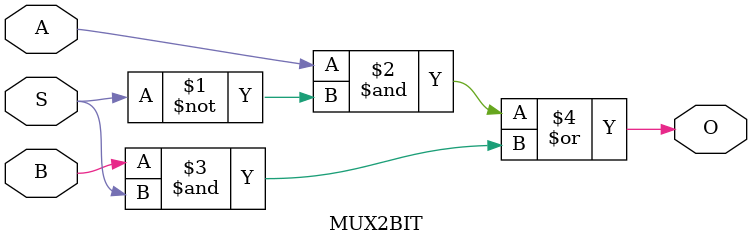
<source format=v>
module MUX2BIT(
    input A,
    input B,
    input S,    //selector
    output O
);

    assign O = (A&(~S)) | (B&S);

endmodule
</source>
